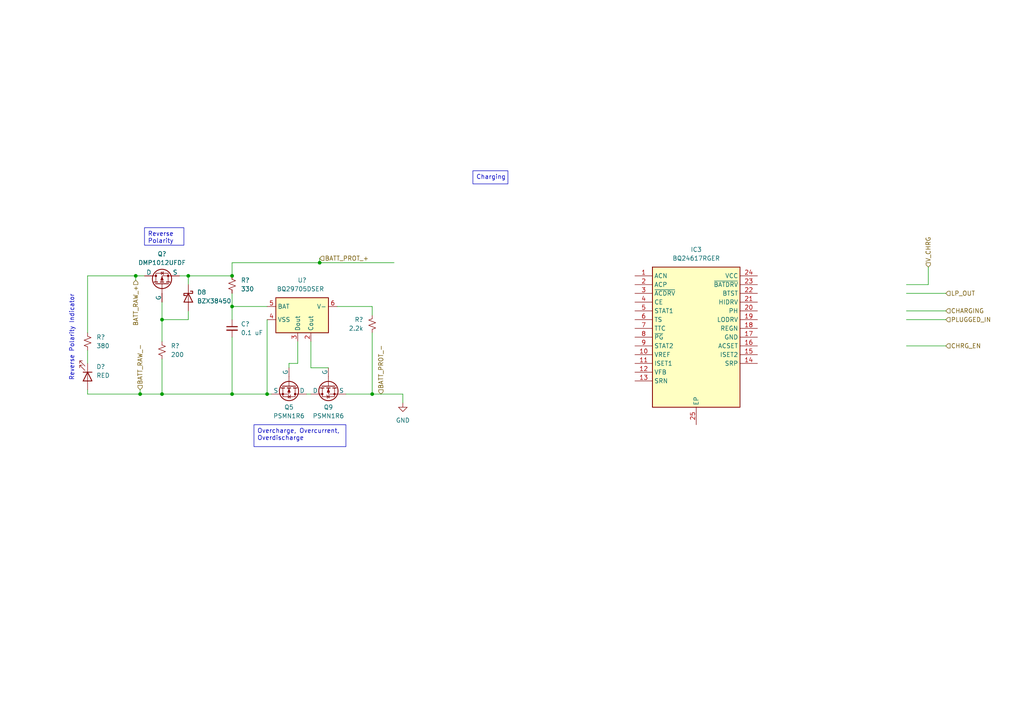
<source format=kicad_sch>
(kicad_sch (version 20230121) (generator eeschema)
  (paper "A4")
  (lib_symbols
    (symbol "Battery_Management:BQ297xy"
      (property "Reference" "U4" (at 0 10.16 0))
      (property "Value" "BQ29705DSER " (at 0 7.62 0))
      (symbol "BQ297xy_0_1"
        (rectangle (start -7.62 5.08) (end 7.62 -5.08) (stroke (width 0.254)) (fill (type background)))
      )
      (symbol "BQ297xy_1_1"
        (pin no_connect line (at 7.62 0 180) (length 2.54) hide (name "NC") (number "1"))
        (pin output line (at 2.54 -7.62 90) (length 2.54) (name "Cout") (number "2"))
        (pin output line (at -1.27 -7.62 90) (length 2.54) (name "Dout") (number "3"))
        (pin power_in line (at -10.16 -1.27 0) (length 2.54) (name "VSS") (number "4"))
        (pin input line (at -10.16 2.54 0) (length 2.54) (name "BAT") (number "5"))
        (pin input line (at 10.16 2.54 180) (length 2.54) (name "V-") (number "6"))
      )
    )
    (symbol "Device:C_Small" (pin_numbers hide) (pin_names (offset 0.254) hide)
      (property "Reference" "C" (at 0.254 1.778 0))
      (property "Value" "C_Small" (at 0.254 -2.032 0))
      (symbol "C_Small_0_1"
        (polyline (pts (xy -1.524 -0.508) (xy 1.524 -0.508)) (stroke (width 0.3302)))
        (polyline (pts (xy -1.524 0.508) (xy 1.524 0.508)) (stroke (width 0.3048)))
      )
      (symbol "C_Small_1_1"
        (pin passive line (at 0 2.54 270) (length 2.032) (name "~") (number "1"))
        (pin passive line (at 0 -2.54 90) (length 2.032) (name "~") (number "2"))
      )
    )
    (symbol "Device:D_Schottky" (pin_numbers hide) (pin_names (offset 1.016) hide)
      (property "Reference" "D" (at 0 2.54 0))
      (property "Value" "D_Schottky" (at 0 -2.54 0))
      (symbol "D_Schottky_0_1"
        (polyline (pts (xy 1.27 0) (xy -1.27 0)))
        (polyline (pts (xy 1.27 1.27) (xy 1.27 -1.27) (xy -1.27 0) (xy 1.27 1.27)) (stroke (width 0.254)))
        (polyline (pts (xy -1.905 0.635) (xy -1.905 1.27) (xy -1.27 1.27) (xy -1.27 -1.27) (xy -0.635 -1.27) (xy -0.635 -0.635)) (stroke (width 0.254)))
      )
      (symbol "D_Schottky_1_1"
        (pin passive line (at -3.81 0 0) (length 2.54) (name "K") (number "1"))
        (pin passive line (at 3.81 0 180) (length 2.54) (name "A") (number "2"))
      )
    )
    (symbol "Device:LED" (pin_numbers hide) (pin_names (offset 1.016) hide)
      (property "Reference" "D" (at 0 2.54 0))
      (property "Value" "LED" (at 0 -2.54 0))
      (symbol "LED_0_1"
        (polyline (pts (xy -1.27 -1.27) (xy -1.27 1.27)) (stroke (width 0.254)))
        (polyline (pts (xy -1.27 0) (xy 1.27 0)))
        (polyline (pts (xy 1.27 -1.27) (xy 1.27 1.27) (xy -1.27 0) (xy 1.27 -1.27)) (stroke (width 0.254)))
        (polyline (pts (xy -3.048 -0.762) (xy -4.572 -2.286) (xy -3.81 -2.286) (xy -4.572 -2.286) (xy -4.572 -1.524)))
        (polyline (pts (xy -1.778 -0.762) (xy -3.302 -2.286) (xy -2.54 -2.286) (xy -3.302 -2.286) (xy -3.302 -1.524)))
      )
      (symbol "LED_1_1"
        (pin passive line (at -3.81 0 0) (length 2.54) (name "K") (number "1"))
        (pin passive line (at 3.81 0 180) (length 2.54) (name "A") (number "2"))
      )
    )
    (symbol "Device:R_Small_US" (pin_numbers hide) (pin_names (offset 0.254) hide)
      (property "Reference" "R" (at 0.762 0.508 0))
      (property "Value" "R_Small_US" (at 0.762 -1.016 0))
      (symbol "R_Small_US_1_1"
        (polyline (pts (xy 0 0) (xy 1.016 -0.381) (xy 0 -0.762) (xy -1.016 -1.143) (xy 0 -1.524)))
        (polyline (pts (xy 0 1.524) (xy 1.016 1.143) (xy 0 0.762) (xy -1.016 0.381) (xy 0 0)))
        (pin passive line (at 0 2.54 270) (length 1.016) (name "~") (number "1"))
        (pin passive line (at 0 -2.54 90) (length 1.016) (name "~") (number "2"))
      )
    )
    (symbol "Simulation_SPICE:NMOS" (pin_numbers hide) (pin_names (offset 0))
      (property "Reference" "Q" (at 5.08 1.27 0))
      (property "Value" "NMOS" (at 5.08 -1.27 0))
      (symbol "NMOS_0_1"
        (polyline (pts (xy 0.254 0) (xy -2.54 0)))
        (polyline (pts (xy 0.254 1.905) (xy 0.254 -1.905)) (stroke (width 0.254)))
        (polyline (pts (xy 0.762 -1.27) (xy 0.762 -2.286)) (stroke (width 0.254)))
        (polyline (pts (xy 0.762 0.508) (xy 0.762 -0.508)) (stroke (width 0.254)))
        (polyline (pts (xy 0.762 2.286) (xy 0.762 1.27)) (stroke (width 0.254)))
        (polyline (pts (xy 2.54 2.54) (xy 2.54 1.778)))
        (polyline (pts (xy 2.54 -2.54) (xy 2.54 0) (xy 0.762 0)))
        (polyline (pts (xy 0.762 -1.778) (xy 3.302 -1.778) (xy 3.302 1.778) (xy 0.762 1.778)))
        (polyline (pts (xy 1.016 0) (xy 2.032 0.381) (xy 2.032 -0.381) (xy 1.016 0)) (fill (type outline)))
        (polyline (pts (xy 2.794 0.508) (xy 2.921 0.381) (xy 3.683 0.381) (xy 3.81 0.254)))
        (polyline (pts (xy 3.302 0.381) (xy 2.921 -0.254) (xy 3.683 -0.254) (xy 3.302 0.381)))
        (circle (center 1.651 0) (radius 2.794) (stroke (width 0.254)))
        (circle (center 2.54 -1.778) (radius 0.254) (fill (type outline)))
        (circle (center 2.54 1.778) (radius 0.254) (fill (type outline)))
      )
      (symbol "NMOS_1_1"
        (pin passive line (at 2.54 5.08 270) (length 2.54) (name "D") (number "1"))
        (pin input line (at -5.08 0 0) (length 2.54) (name "G") (number "2"))
        (pin passive line (at 2.54 -5.08 90) (length 2.54) (name "S") (number "3"))
      )
    )
    (symbol "Simulation_SPICE:PMOS" (pin_numbers hide) (pin_names (offset 0))
      (property "Reference" "Q" (at 5.08 1.27 0))
      (property "Value" "PMOS" (at 5.08 -1.27 0))
      (symbol "PMOS_0_1"
        (polyline (pts (xy 0.254 0) (xy -2.54 0)))
        (polyline (pts (xy 0.254 1.905) (xy 0.254 -1.905)) (stroke (width 0.254)))
        (polyline (pts (xy 0.762 -1.27) (xy 0.762 -2.286)) (stroke (width 0.254)))
        (polyline (pts (xy 0.762 0.508) (xy 0.762 -0.508)) (stroke (width 0.254)))
        (polyline (pts (xy 0.762 2.286) (xy 0.762 1.27)) (stroke (width 0.254)))
        (polyline (pts (xy 2.54 2.54) (xy 2.54 1.778)))
        (polyline (pts (xy 2.54 -2.54) (xy 2.54 0) (xy 0.762 0)))
        (polyline (pts (xy 0.762 1.778) (xy 3.302 1.778) (xy 3.302 -1.778) (xy 0.762 -1.778)))
        (polyline (pts (xy 2.286 0) (xy 1.27 0.381) (xy 1.27 -0.381) (xy 2.286 0)) (fill (type outline)))
        (polyline (pts (xy 2.794 -0.508) (xy 2.921 -0.381) (xy 3.683 -0.381) (xy 3.81 -0.254)))
        (polyline (pts (xy 3.302 -0.381) (xy 2.921 0.254) (xy 3.683 0.254) (xy 3.302 -0.381)))
        (circle (center 1.651 0) (radius 2.794) (stroke (width 0.254)))
        (circle (center 2.54 -1.778) (radius 0.254) (fill (type outline)))
        (circle (center 2.54 1.778) (radius 0.254) (fill (type outline)))
      )
      (symbol "PMOS_1_1"
        (pin passive line (at 2.54 5.08 270) (length 2.54) (name "D") (number "1"))
        (pin input line (at -5.08 0 0) (length 2.54) (name "G") (number "2"))
        (pin passive line (at 2.54 -5.08 90) (length 2.54) (name "S") (number "3"))
      )
    )
    (symbol "imports-new:BQ24617RGER"
      (property "Reference" "IC" (at 31.75 7.62 0))
      (property "Value" "BQ24617RGER" (at 31.75 5.08 0))
      (symbol "BQ24617RGER_1_1"
        (rectangle (start 5.08 2.54) (end 30.48 -38.1) (stroke (width 0.254)) (fill (type background)))
        (pin passive line (at 0 0 0) (length 5.08) (name "ACN") (number "1"))
        (pin passive line (at 0 -22.86 0) (length 5.08) (name "VREF") (number "10"))
        (pin passive line (at 0 -25.4 0) (length 5.08) (name "ISET1") (number "11"))
        (pin passive line (at 0 -27.94 0) (length 5.08) (name "VFB") (number "12"))
        (pin passive line (at 0 -30.48 0) (length 5.08) (name "SRN") (number "13"))
        (pin passive line (at 35.56 -25.4 180) (length 5.08) (name "SRP") (number "14"))
        (pin passive line (at 35.56 -22.86 180) (length 5.08) (name "ISET2") (number "15"))
        (pin passive line (at 35.56 -20.32 180) (length 5.08) (name "ACSET") (number "16"))
        (pin passive line (at 35.56 -17.78 180) (length 5.08) (name "GND") (number "17"))
        (pin passive line (at 35.56 -15.24 180) (length 5.08) (name "REGN") (number "18"))
        (pin passive line (at 35.56 -12.7 180) (length 5.08) (name "LODRV") (number "19"))
        (pin passive line (at 0 -2.54 0) (length 5.08) (name "ACP") (number "2"))
        (pin passive line (at 35.56 -10.16 180) (length 5.08) (name "PH") (number "20"))
        (pin passive line (at 35.56 -7.62 180) (length 5.08) (name "HIDRV") (number "21"))
        (pin passive line (at 35.56 -5.08 180) (length 5.08) (name "BTST") (number "22"))
        (pin passive line (at 35.56 -2.54 180) (length 5.08) (name "~{BATDRV}") (number "23"))
        (pin passive line (at 35.56 0 180) (length 5.08) (name "VCC") (number "24"))
        (pin passive line (at 17.78 -43.18 90) (length 5.08) (name "EP") (number "25"))
        (pin passive line (at 0 -5.08 0) (length 5.08) (name "~{ACDRV}") (number "3"))
        (pin passive line (at 0 -7.62 0) (length 5.08) (name "CE") (number "4"))
        (pin passive line (at 0 -10.16 0) (length 5.08) (name "STAT1") (number "5"))
        (pin passive line (at 0 -12.7 0) (length 5.08) (name "TS") (number "6"))
        (pin passive line (at 0 -15.24 0) (length 5.08) (name "TTC") (number "7"))
        (pin passive line (at 0 -17.78 0) (length 5.08) (name "~{PG}") (number "8"))
        (pin passive line (at 0 -20.32 0) (length 5.08) (name "STAT2") (number "9"))
      )
    )
    (symbol "power:GND" (power) (pin_names (offset 0))
      (property "Value" "GND" (at 0 -3.81 0))
      (symbol "GND_0_1"
        (polyline (pts (xy 0 0) (xy 0 -1.27) (xy 1.27 -1.27) (xy 0 -2.54) (xy -1.27 -1.27) (xy 0 -1.27)))
      )
      (symbol "GND_1_1"
        (pin power_in line (at 0 0 270) (length 0) hide (name "GND") (number "1"))
      )
    )
  )
  (junction (at 107.95 114.3))
  (junction (at 54.61 80.01))
  (junction (at 39.37 80.01))
  (junction (at 67.31 114.3))
  (junction (at 40.64 114.3))
  (junction (at 77.47 114.3))
  (junction (at 67.31 80.01))
  (junction (at 67.31 88.9))
  (junction (at 46.99 114.3))
  (junction (at 46.99 92.71))
  (junction (at 92.71 76.2))
  (wire (pts (xy 67.31 88.9) (xy 77.47 88.9)))
  (wire (pts (xy 86.36 105.41) (xy 86.36 99.06)))
  (wire (pts (xy 25.4 114.3) (xy 40.64 114.3)))
  (wire (pts (xy 107.95 114.3) (xy 100.33 114.3)))
  (wire (pts (xy 262.89 90.17) (xy 274.32 90.17)))
  (wire (pts (xy 67.31 76.2) (xy 92.71 76.2)))
  (wire (pts (xy 46.99 87.63) (xy 46.99 92.71)))
  (wire (pts (xy 40.64 113.03) (xy 40.64 114.3)))
  (wire (pts (xy 46.99 92.71) (xy 46.99 99.06)))
  (wire (pts (xy 92.71 74.93) (xy 92.71 76.2)))
  (wire (pts (xy 262.89 100.33) (xy 274.32 100.33)))
  (wire (pts (xy 107.95 88.9) (xy 97.79 88.9)))
  (wire (pts (xy 67.31 85.09) (xy 67.31 88.9)))
  (wire (pts (xy 107.95 96.52) (xy 107.95 114.3)))
  (wire (pts (xy 39.37 80.01) (xy 39.37 81.28)))
  (wire (pts (xy 46.99 104.14) (xy 46.99 114.3)))
  (wire (pts (xy 25.4 101.6) (xy 25.4 105.41)))
  (wire (pts (xy 95.25 106.68) (xy 90.17 106.68)))
  (wire (pts (xy 77.47 114.3) (xy 78.74 114.3)))
  (wire (pts (xy 107.95 88.9) (xy 107.95 91.44)))
  (wire (pts (xy 25.4 114.3) (xy 25.4 113.03)))
  (wire (pts (xy 67.31 114.3) (xy 46.99 114.3)))
  (wire (pts (xy 46.99 114.3) (xy 40.64 114.3)))
  (wire (pts (xy 67.31 76.2) (xy 67.31 80.01)))
  (wire (pts (xy 54.61 80.01) (xy 54.61 82.55)))
  (wire (pts (xy 67.31 88.9) (xy 67.31 92.71)))
  (wire (pts (xy 92.71 76.2) (xy 114.3 76.2)))
  (wire (pts (xy 90.17 99.06) (xy 90.17 106.68)))
  (wire (pts (xy 107.95 114.3) (xy 116.84 114.3)))
  (wire (pts (xy 52.07 80.01) (xy 54.61 80.01)))
  (wire (pts (xy 25.4 80.01) (xy 39.37 80.01)))
  (wire (pts (xy 83.82 105.41) (xy 86.36 105.41)))
  (wire (pts (xy 54.61 80.01) (xy 67.31 80.01)))
  (wire (pts (xy 77.47 92.71) (xy 77.47 114.3)))
  (wire (pts (xy 67.31 97.79) (xy 67.31 114.3)))
  (wire (pts (xy 25.4 96.52) (xy 25.4 80.01)))
  (wire (pts (xy 116.84 114.3) (xy 116.84 116.84)))
  (wire (pts (xy 262.89 92.71) (xy 274.32 92.71)))
  (wire (pts (xy 67.31 114.3) (xy 77.47 114.3)))
  (wire (pts (xy 90.17 114.3) (xy 88.9 114.3)))
  (wire (pts (xy 54.61 90.17) (xy 54.61 92.71)))
  (wire (pts (xy 54.61 92.71) (xy 46.99 92.71)))
  (wire (pts (xy 269.24 82.55) (xy 269.24 77.47)))
  (wire (pts (xy 262.89 85.09) (xy 274.32 85.09)))
  (wire (pts (xy 39.37 80.01) (xy 41.91 80.01)))
  (wire (pts (xy 83.82 105.41) (xy 83.82 106.68)))
  (wire (pts (xy 269.24 82.55) (xy 262.89 82.55)))
  (text_box "Overcharge, Overcurrent, Overdischarge" (at 73.66 123.19 0) (size 26.67 6.35) (effects (font (size 1.27 1.27)) (justify left top)))
  (text_box "Reverse Polarity" (at 41.91 66.04 0) (size 11.43 5.08) (effects (font (size 1.27 1.27)) (justify left top)))
  (text_box "Charging" (at 137.16 49.53 0) (size 10.16 3.81) (effects (font (size 1.27 1.27)) (justify left top)))
  (text "Reverse Polarity Indicator" (at 21.59 110.49 90) (effects (font (size 1.27 1.27)) (justify left bottom)))
  (hierarchical_label "V_CHRG" (shape input) (at 269.24 77.47 90))
  (hierarchical_label "CHARGING" (shape input) (at 274.32 90.17 0))
  (hierarchical_label "PLUGGED_IN" (shape input) (at 274.32 92.71 0))
  (hierarchical_label "BATT_PROT_+" (shape input) (at 92.71 74.93 0))
  (hierarchical_label "BATT_PROT_-" (shape input) (at 110.49 114.3 90))
  (hierarchical_label "BATT_RAW_-" (shape input) (at 40.64 113.03 90))
  (hierarchical_label "BATT_RAW_+" (shape input) (at 39.37 81.28 270))
  (hierarchical_label "CHRG_EN" (shape input) (at 274.32 100.33 0))
  (hierarchical_label "LP_OUT" (shape input) (at 274.32 85.09 0))
  (symbol (lib_id "Device:R_Small_US") (at 46.99 101.6 0) (unit 1)
    (property "Reference" "R?" (at 49.53 100.33 0) (effects (justify left)))
    (property "Value" "200" (at 49.53 102.87 0) (effects (justify left)))
    (instances (project "stacked-boards" (path "" (reference "R?") (unit 1)) (path "" (reference "R18") (unit 1))))
  )
  (symbol (lib_id "Battery_Management:BQ297xy") (at 87.63 91.44 0) (unit 1)
    (property "Reference" "U?" (at 87.63 81.28 0))
    (property "Value" "BQ29705DSER " (at 87.63 83.82 0))
    (property "Footprint" "Package_SON:WSON-6_1.5x1.5mm_P0.5mm" (effects hide))
    (property "Datasheet" "https://www.ti.com/lit/ds/symlink/bq2970.pdf?HQS=dis-mous-null-mousermode-dsf-pf-null-wwe&ts=1686911935075&ref_url=https%253A%252F%252Fwww.mouser.ca%252F" (effects hide))
    (instances (project "stacked-boards" (path "" (reference "U?") (unit 1)) (path "" (reference "U4") (unit 1))))
  )
  (symbol (lib_id "Simulation_SPICE:PMOS") (at 46.99 82.55 90) (unit 1)
    (property "Reference" "Q?" (at 46.99 73.66 90))
    (property "Value" "DMP1012UFDF" (at 46.99 76.2 90))
    (property "Footprint" "Package_DFN_QFN:Diodes_UDFN2020-6_Type-F" (effects hide))
    (property "Datasheet" "https://www.mouser.com/datasheet/2/115/DIOD_S_A0004145080_1-2542369.pdf" (effects hide))
    (property "Sim.Device" "PMOS" (effects hide))
    (property "Sim.Type" "VDMOS" (effects hide))
    (property "Sim.Pins" "1=D 2=G 3=S" (effects hide))
    (property "Manufacturer" "Diodes Incorporated " (effects hide))
    (property "Manufacturer_Part_Number" "DMP1012UFDF-7 " (effects hide))
    (property "Mouser Part Number" "621-DMP1012UFDF-7 " (effects hide))
    (instances (project "stacked-boards" (path "" (reference "Q?") (unit 1)) (path "" (reference "Q4") (unit 1))))
  )
  (symbol (lib_id "Device:D_Schottky") (at 54.61 86.36 270) (unit 1)
    (property "Reference" "D8" (at 57.15 84.7725 90) (effects (justify left)))
    (property "Value" "BZX38450" (at 57.15 87.3125 90) (effects (justify left)))
    (property "Footprint" "Diode_SMD:D_SOD-323" (effects hide))
    (property "Datasheet" "https://www.mouser.com/datasheet/2/916/BZX38450_SER-2580605.pdf" (effects hide))
    (property "JLCPCB Part #" "C3741657" (effects hide))
    (property "Manufacturer" "Nexperia" (effects hide))
    (property "Manufacturer_Part_Number" "BZX38450-C1V8X" (effects hide))
    (property "Mouser Part Number" "771-BZX38450-C1V8X" (effects hide))
  )
  (symbol (lib_id "Device:C_Small") (at 67.31 95.25 0) (unit 1)
    (property "Reference" "C?" (at 69.85 93.9863 0) (effects (justify left)))
    (property "Value" "0.1 uF" (at 69.85 96.5263 0) (effects (justify left)))
    (property "Footprint" "Capacitor_SMD:C_0805_2012Metric" (effects hide))
    (property "Datasheet" "https://www.mouser.com/datasheet/2/212/KEM_C1002_X7R_SMD-1102033.pdf" (effects hide))
    (property "JLCPCB Part #" "C3018562" (effects hide))
    (property "Manufacturer" "KEMET" (effects hide))
    (property "Manufacturer_Part_Number" "C0805C104K5RACTU" (effects hide))
    (property "Mouser Part Number" "80-C0805C104K5R" (effects hide))
    (instances (project "stacked-boards" (path "" (reference "C?") (unit 1)) (path "" (reference "C24") (unit 1))))
  )
  (symbol (lib_id "Device:R_Small_US") (at 67.31 82.55 0) (unit 1)
    (property "Reference" "R?" (at 69.85 81.28 0) (effects (justify left)))
    (property "Value" "330" (at 69.85 83.82 0) (effects (justify left)))
    (property "Footprint" "Resistor_SMD:R_1210_3225Metric" (effects hide))
    (property "JLCPCB Part #" "C3152375" (effects hide))
    (instances (project "stacked-boards" (path "" (reference "R?") (unit 1)) (path "" (reference "R15") (unit 1))))
  )
  (symbol (lib_id "Device:LED") (at 25.4 109.22 270) (unit 1)
    (property "Reference" "D?" (at 27.94 106.3625 90) (effects (justify left)))
    (property "Value" "RED" (at 27.94 108.9025 90) (effects (justify left)))
    (property "Footprint" "LED_SMD:LED_0603_1608Metric" (effects hide))
    (property "Datasheet" "https://www.mouser.com/datasheet/2/445/150060SS75000-3085642.pdf" (effects hide))
    (property "Manufacturer" "Lite-On" (effects hide))
    (property "Manufacturer_Part_Number" "LTST-C193KRKT-5A" (effects hide))
    (property "Mouser Part Number" "859-LTSTC193KRKT5A " (effects hide))
    (property "JLCPCB Part #" "C157741" (effects hide))
    (instances (project "stacked-boards" (path "" (reference "D?") (unit 1)) (path "" (reference "D9") (unit 1))))
  )
  (symbol (lib_id "power:GND") (at 116.84 116.84 0) (unit 1)
    (property "Reference" "#PWR?" (effects hide))
    (property "Value" "GND" (at 116.84 121.92 0))
    (instances (project "stacked-boards" (path "" (reference "#PWR?") (unit 1)) (path "" (reference "#PWR036") (unit 1))))
  )
  (symbol (lib_id "Simulation_SPICE:NMOS") (at 83.82 111.76 270) (unit 1)
    (property "Reference" "Q5" (at 83.82 118.11 90))
    (property "Value" "PSMN1R6" (at 83.82 120.65 90))
    (property "Footprint" "imports:PSMN1R6-30MLHX" (effects hide))
    (property "Datasheet" "https://www.mouser.com/datasheet/2/916/PSMN1R6_30MLH-2938828.pdf" (effects hide))
    (property "Sim.Device" "NMOS" (effects hide))
    (property "Sim.Type" "VDMOS" (effects hide))
  )
  (symbol (lib_id "Simulation_SPICE:NMOS") (at 95.25 111.76 90) (mirror x) (unit 1)
    (property "Reference" "Q9" (at 95.25 118.11 90))
    (property "Value" "PSMN1R6" (at 95.25 120.65 90))
    (property "Footprint" "imports:PSMN1R6-30MLHX" (effects hide))
    (property "Datasheet" "https://www.mouser.com/datasheet/2/916/PSMN1R6_30MLH-2938828.pdf" (effects hide))
    (property "Sim.Device" "NMOS" (effects hide))
    (property "Sim.Type" "VDMOS" (effects hide))
  )
  (symbol (lib_id "Device:R_Small_US") (at 25.4 99.06 0) (unit 1)
    (property "Reference" "R?" (at 27.94 97.79 0) (effects (justify left)))
    (property "Value" "380" (at 27.94 100.33 0) (effects (justify left)))
    (property "Footprint" "Resistor_SMD:R_1210_3225Metric" (effects hide))
    (instances (project "stacked-boards" (path "" (reference "R?") (unit 1)) (path "" (reference "R17") (unit 1))))
  )
  (symbol (lib_id "imports-new:BQ24617RGER") (at 184.15 80.01 0) (unit 1)
    (property "Reference" "IC3" (at 201.93 72.39 0))
    (property "Value" "BQ24617RGER" (at 201.93 74.93 0))
    (property "Footprint" "QFN50P400X400X100-25N-D" (effects hide))
    (property "Datasheet" "http://www.ti.com/lit/gpn/bq24617" (effects hide))
    (property "Height" "1" (effects hide))
    (property "Mouser Part Number" "595-BQ24617RGER" (effects hide))
    (property "Mouser Price/Stock" "https://www.mouser.co.uk/ProductDetail/Texas-Instruments/BQ24617RGER?qs=%2Fqzd9s%252BcLd7XL54saZtp%2Fw%3D%3D" (effects hide))
    (property "Manufacturer_Name" "Texas Instruments" (effects hide))
    (property "Manufacturer_Part_Number" "BQ24617RGER" (effects hide))
  )
  (symbol (lib_id "Device:R_Small_US") (at 107.95 93.98 0) (mirror y) (unit 1)
    (property "Reference" "R?" (at 105.41 92.71 0) (effects (justify left)))
    (property "Value" "2.2k" (at 105.41 95.25 0) (effects (justify left)))
    (property "Footprint" "Resistor_SMD:R_1210_3225Metric" (effects hide))
    (property "JLCPCB Part #" "C104989" (effects hide))
    (instances (project "stacked-boards" (path "" (reference "R?") (unit 1)) (path "" (reference "R16") (unit 1))))
  )
)
</source>
